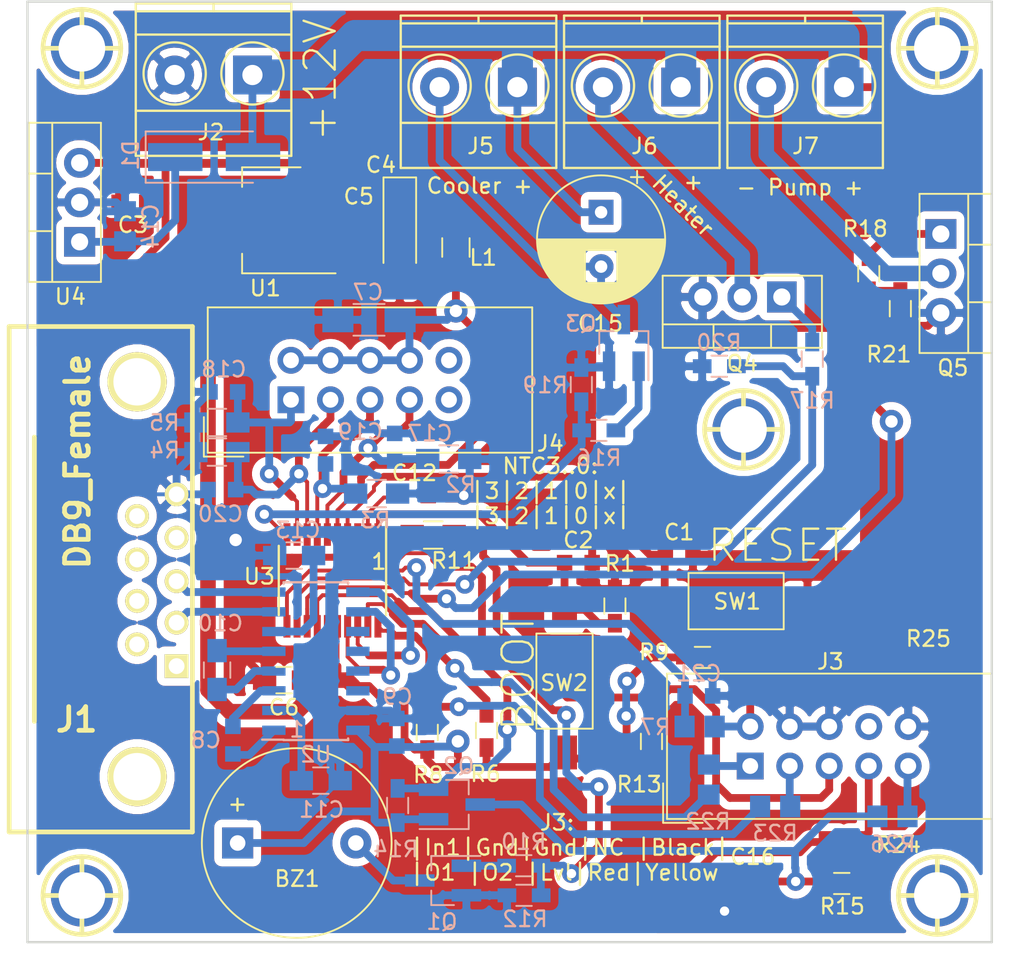
<source format=kicad_pcb>
(kicad_pcb (version 20240108) (generator "pcbnew") (generator_version "8.0")
  (layers (0 "F.Cu" signal) (31 "B.Cu" signal) (34 "B.Paste" user) (35 "F.Paste" user) (36 "B.SilkS" user "B.Silkscreen") (37 "F.SilkS" user "F.Silkscreen") (38 "B.Mask" user) (39 "F.Mask" user) (44 "Edge.Cuts" user))
  (net 0 "")
  (net 1 "/NRST")
  (net 2 "GND")
  (net 3 "/BOOT0")
  (net 4 "+12V")
  (net 5 "+3V3")
  (net 6 "Net-(C8-Pad1)")
  (net 7 "Net-(C8-Pad2)")
  (net 8 "Net-(C10-Pad1)")
  (net 9 "Net-(C10-Pad2)")
  (net 10 "Net-(C11-Pad2)")
  (net 11 "/DigIn0")
  (net 12 "Net-(C13-Pad2)")
  (net 13 "Net-(J1-Pad2)")
  (net 14 "Net-(J1-Pad3)")
  (net 15 "+3.3VADC")
  (net 16 "Net-(Q1-Pad1)")
  (net 17 "/TIM3_Ch4")
  (net 18 "Net-(Q3-Pad1)")
  (net 19 "Net-(Q4-Pad1)")
  (net 20 "Net-(Q5-Pad1)")
  (net 21 "/ADC0")
  (net 22 "/ADC1")
  (net 23 "/ADC2")
  (net 24 "/ADC3")
  (net 25 "/DigOut1")
  (net 26 "/DigIn1")
  (net 27 "/DigOut2")
  (net 28 "/DigOut0")
  (net 29 "/Tim14Ch1")
  (net 30 "/TIM16_Ch1")
  (net 31 "/TIM17_Ch1")
  (net 32 "/USART_Tx")
  (net 33 "/USART_Rx")
  (net 34 "/W.levl")
  (net 35 "/Yellow")
  (net 36 "Net-(J6-Pad2)")
  (net 37 "Net-(J7-Pad2)")
  (net 38 "+5V")
  (net 39 "Net-(C14-Pad1)")
  (net 40 "Net-(C15-Pad2)")
  (net 41 "Net-(C16-Pad2)")
  (net 42 "/IN")
  (net 43 "/Out1")
  (net 44 "/Out2")
  (net 45 "/Red")
  (net 46 "Net-(BZ1-Pad2)")
  (footprint "Capacitor_Tantalum_SMD.pretty:CP_Tantalum_Case-A_EIA-3216-18_Hand" (layer "F.Cu") (at 66.294 49.2379 -90)
    (property "Reference" "C4")
    (property "Value" "47u")
  )
  (footprint "Capacitor_SMD.pretty:C_0805_HandSoldering" (layer "F.Cu") (at 58.8518 77.6732 180)
    (property "Reference" "C6")
    (property "Value" "1u")
  )
  (footprint "modules:DB9-F" (layer "F.Cu") (at 50.673 71.3105 90)
    (property "Reference" "J1")
    (property "Value" "DB9_Female")
  )
  (footprint "Connectors_Terminal_Blocks:TerminalBlock_Pheonix_MKDS1.5-2pol" (layer "F.Cu") (at 56.8198 38.7477 180)
    (property "Reference" "J2")
    (property "Value" "12VIN")
  )
  (footprint "Resistors_SMD.pretty:R_0805_HandSoldering" (layer "F.Cu") (at 69.9008 49.8437 -90)
    (property "Reference" "L1")
    (property "Value" "BMBA 0.1mH")
  )
  (footprint "Resistors_SMD.pretty:R_0603_HandSoldering" (layer "F.Cu") (at 80.1243 72.9107 90)
    (property "Reference" "R1")
    (property "Value" "10k")
  )
  (footprint "Resistors_SMD.pretty:R_0603_HandSoldering" (layer "F.Cu") (at 71.8693 80.9117 90)
    (property "Reference" "R6")
    (property "Value" "10k")
  )
  (footprint "Resistors_SMD.pretty:R_0603_HandSoldering" (layer "F.Cu") (at 85.7553 76.2127)
    (property "Reference" "R9")
    (property "Value" "10k")
  )
  (footprint "Resistors_SMD.pretty:R_0603_HandSoldering" (layer "F.Cu") (at 82.4738 81.618 90)
    (property "Reference" "R13")
    (property "Value" "10k")
  )
  (footprint "Buttons_Switches_SMD:SW_SPST_FSMSM" (layer "F.Cu") (at 87.9168 72.5932)
    (property "Reference" "SW1")
    (property "Value" "Reset")
  )
  (footprint "Buttons_Switches_SMD:SW_SPST_FSMSM" (layer "F.Cu") (at 76.8858 77.7367 -90)
    (property "Reference" "SW2")
    (property "Value" "Boot")
  )
  (footprint "TO_SOT_Packages_SMD:SOT-223" (layer "F.Cu") (at 58.0644 48.0949 180)
    (property "Reference" "U1")
    (property "Value" "LM1117-3.3")
  )
  (footprint "Housings_SSOP:TSSOP-20_4.4x6.5mm_Pitch0.65mm" (layer "F.Cu") (at 61.9633 71.2597 -90)
    (property "Reference" "U3")
    (property "Value" "STM32F030F4Px")
  )
  (footprint "modules:hole_3mm" (layer "F.Cu") (at 45.8548 91.5272)
    (property "Reference" "hole_3mm" (hide yes))
    (property "Value" "Val**" (hide yes))
  )
  (footprint "modules:hole_3mm" (layer "F.Cu") (at 100.8548 37.0272)
    (property "Reference" "hole_3mm" (hide yes))
    (property "Value" "Val**" (hide yes))
  )
  (footprint "modules:hole_3mm" (layer "F.Cu") (at 45.8548 37.0272)
    (property "Reference" "hole_3mm" (hide yes))
    (property "Value" "Val**" (hide yes))
  )
  (footprint "Connectors_Terminal_Blocks:TerminalBlock_Pheonix_MKDS1.5-2pol" (layer "F.Cu") (at 73.8548 39.5272 180)
    (property "Reference" "J5")
    (property "Value" "Cooler")
  )
  (footprint "Connectors_Terminal_Blocks:TerminalBlock_Pheonix_MKDS1.5-2pol" (layer "F.Cu") (at 84.3548 39.5272 180)
    (property "Reference" "J6")
    (property "Value" "Heater")
  )
  (footprint "Connectors_Terminal_Blocks:TerminalBlock_Pheonix_MKDS1.5-2pol" (layer "F.Cu") (at 94.8548 39.5272 180)
    (property "Reference" "J7")
    (property "Value" "Pump")
  )
  (footprint "Capacitor_SMD:C_0805_2012Metric_Pad1.29x1.40mm_HandSolder" (layer "F.Cu") (at 88.9993 90.6907)
    (property "Reference" "C16")
    (property "Value" "1u")
  )
  (footprint "Resistor_SMD:R_0805_2012Metric_Pad1.29x1.40mm_HandSolder" (layer "F.Cu") (at 102.7303 74.8642 90)
    (property "Reference" "R25")
    (property "Value" "0")
  )
  (footprint "Capacitor_SMD:C_0603_1608Metric_Pad0.99x1.00mm_HandSolder" (layer "F.Cu") (at 84.2533 69.6087)
    (property "Reference" "C1")
    (property "Value" "0.1")
  )
  (footprint "Capacitor_SMD:C_0603_1608Metric_Pad0.99x1.00mm_HandSolder" (layer "F.Cu") (at 77.7748 70.1167)
    (property "Reference" "C2")
    (property "Value" "0.1")
  )
  (footprint "Capacitor_SMD:C_0603_1608Metric_Pad0.99x1.00mm_HandSolder" (layer "F.Cu") (at 49.1348 46.9392 180)
    (property "Reference" "C3")
    (property "Value" "0.1")
  )
  (footprint "Capacitor_SMD:C_0603_1608Metric_Pad0.99x1.00mm_HandSolder" (layer "F.Cu") (at 63.6524 49.2633 -90)
    (property "Reference" "C5")
    (property "Value" "0.1")
  )
  (footprint "TO_SOT_Packages_THT:TO-220-3_Vertical" (layer "F.Cu") (at 101.0793 48.9712 -90)
    (property "Reference" "Q5")
    (property "Value" "IRL3303")
  )
  (footprint "TO_SOT_Packages_THT:TO-220-3_Vertical" (layer "F.Cu") (at 45.7073 49.4792 90)
    (property "Reference" "U4")
    (property "Value" "L7805")
  )
  (footprint "Resistors_SMD.pretty:R_0603_HandSoldering" (layer "F.Cu") (at 98.4758 53.7767 90)
    (property "Reference" "R21")
    (property "Value" "10k")
  )
  (footprint "Resistors_SMD.pretty:R_0603_HandSoldering" (layer "F.Cu") (at 96.4438 51.5317 -90)
    (property "Reference" "R18")
    (property "Value" "510")
  )
  (footprint "TO_SOT_Packages_THT:TO-220-3_Vertical" (layer "F.Cu") (at 90.8548 53.0272 180)
    (property "Reference" "Q4")
    (property "Value" "IRL3303")
  )
  (footprint "Connector_IDC:IDC-Header_2x05_P2.54mm_Vertical" (layer "F.Cu") (at 59.2963 59.6392 90)
    (property "Reference" "J4")
    (property "Value" "DC3-10P")
  )
  (footprint "Resistor_SMD:R_0805_2012Metric_Pad1.29x1.40mm_HandSolder" (layer "F.Cu") (at 94.8413 88.0872 180)
    (property "Reference" "R24")
    (property "Value" "0")
  )
  (footprint "Buzzer_Beeper:Buzzer_12x9.5RM7.6" (layer "F.Cu") (at 55.8673 88.1507)
    (property "Reference" "BZ1")
    (property "Value" "Buzzer")
  )
  (footprint "Resistors_SMD.pretty:R_0603_HandSoldering" (layer "F.Cu") (at 94.7088 90.7542 180)
    (property "Reference" "R15")
    (property "Value" "10k")
  )
  (footprint "Capacitor_SMD:C_0603_1608Metric_Pad0.99x1.00mm_HandSolder" (layer "F.Cu") (at 67.2338 65.7987)
    (property "Reference" "C12")
    (property "Value" "0.1")
  )
  (footprint "Connector_IDC:IDC-Header_2x05_P2.54mm_Vertical" (layer "F.Cu") (at 88.8238 83.1977 90)
    (property "Reference" "J3")
    (property "Value" "DC3-10P")
  )
  (footprint "Resistors_SMD.pretty:R_0603_HandSoldering" (layer "F.Cu") (at 68.0593 81.0387 90)
    (property "Reference" "R8")
    (property "Value" "10k")
  )
  (footprint "modules:hole_3mm" (layer "F.Cu") (at 100.8548 91.5272)
    (property "Reference" "hole_3mm" (hide yes))
    (property "Value" "Val**" (hide yes))
  )
  (footprint "modules:hole_3mm" (layer "F.Cu") (at 88.392 61.5442)
    (property "Reference" "hole_3mm" (hide yes))
    (property "Value" "Val**" (hide yes))
  )
  (footprint "Capacitor_THT:CP_Radial_D8.0mm_P3.50mm" (layer "F.Cu") (at 79.2353 47.5742 -90)
    (property "Reference" "C15")
    (property "Value" "100u")
  )
  (footprint "Resistors_SMD.pretty:R_0805_HandSoldering" (layer "F.Cu") (at 68.4403 68.3387 180)
    (property "Reference" "R11")
    (property "Value" "220")
  )
  (footprint "Capacitor_SMD.pretty:C_0805_HandSoldering" (layer "B.Cu") (at 54.5465 77.0255 90)
    (property "Reference" "C10")
    (property "Value" "0.47")
  )
  (footprint "Capacitor_SMD.pretty:C_0805_HandSoldering" (layer "B.Cu") (at 61.214 84.1375 180)
    (property "Reference" "C11")
    (property "Value" "0.47")
  )
  (footprint "Capacitor_SMD.pretty:C_0805_HandSoldering" (layer "B.Cu") (at 59.4995 69.6595)
    (property "Reference" "C13")
    (property "Value" "0.47")
  )
  (footprint "Diode_SMD.pretty:D_SMA_Handsoldering" (layer "B.Cu") (at 54.3548 44.0272)
    (property "Reference" "D1")
    (property "Value" "SS14")
  )
  (footprint "TO_SOT_Packages_SMD:SOT-23_Handsoldering" (layer "B.Cu") (at 69.9643 85.6742)
    (property "Reference" "Q2")
    (property "Value" "SI2300")
  )
  (footprint "TO_SOT_Packages_SMD:SOT-23_Handsoldering" (layer "B.Cu") (at 80.6983 55.9802 90)
    (property "Reference" "Q3")
    (property "Value" "SI2300")
  )
  (footprint "Resistors_SMD.pretty:R_0805_HandSoldering" (layer "B.Cu") (at 69.4398 63.4492)
    (property "Reference" "R2")
    (property "Value" "1k0.1%")
  )
  (footprint "Resistors_SMD.pretty:R_0805_HandSoldering" (layer "B.Cu") (at 54.5338 63.0047 180)
    (property "Reference" "R4")
    (property "Value" "1k0.1%")
  )
  (footprint "Resistors_SMD.pretty:R_0805_HandSoldering" (layer "B.Cu") (at 54.5338 61.0997 180)
    (property "Reference" "R5")
    (property "Value" "1k0.1%")
  )
  (footprint "Resistors_SMD.pretty:R_0603_HandSoldering" (layer "B.Cu") (at 74.2618 89.6112)
    (property "Reference" "R10")
    (property "Value" "510")
  )
  (footprint "Resistors_SMD.pretty:R_0603_HandSoldering" (layer "B.Cu") (at 66.1543 85.7377 -90)
    (property "Reference" "R14")
    (property "Value" "10k")
  )
  (footprint "Resistors_SMD.pretty:R_0603_HandSoldering" (layer "B.Cu") (at 79.0878 61.6077 180)
    (property "Reference" "R16")
    (property "Value" "510")
  )
  (footprint "Resistors_SMD.pretty:R_0603_HandSoldering" (layer "B.Cu") (at 77.9653 58.6662 -90)
    (property "Reference" "R19")
    (property "Value" "10k")
  )
  (footprint "Housings_SOIC:SOIC-16_3.9x9.9mm_Pitch1.27mm" (layer "B.Cu") (at 60.8965 76.454)
    (property "Reference" "U2")
    (property "Value" "MAX3232")
  )
  (footprint "Capacitor_SMD.pretty:C_1206_HandSoldering" (layer "B.Cu") (at 64.3128 54.4957)
    (property "Reference" "C7")
    (property "Value" "10u")
  )
  (footprint "Capacitor_SMD:C_0603_1608Metric_Pad0.99x1.00mm_HandSolder" (layer "B.Cu") (at 54.8498 65.4177 180)
    (property "Reference" "C20")
    (property "Value" "0.1")
  )
  (footprint "Capacitor_SMD:C_0603_1608Metric_Pad0.99x1.00mm_HandSolder" (layer "B.Cu") (at 85.5203 78.6892 180)
    (property "Reference" "C21")
    (property "Value" "0.1")
  )
  (footprint "Resistor_SMD:R_0805_2012Metric_Pad1.29x1.40mm_HandSolder" (layer "B.Cu") (at 86.1568 84.0717 -90)
    (property "Reference" "R22")
    (property "Value" "220")
  )
  (footprint "Resistor_SMD:R_0805_2012Metric_Pad1.29x1.40mm_HandSolder" (layer "B.Cu") (at 90.4263 85.8012 180)
    (property "Reference" "R23")
    (property "Value" "220")
  )
  (footprint "Resistor_SMD:R_0805_2012Metric_Pad1.29x1.40mm_HandSolder" (layer "B.Cu") (at 97.9678 86.4362 180)
    (property "Reference" "R26")
    (property "Value" "220")
  )
  (footprint "Capacitor_SMD:C_0603_1608Metric_Pad0.99x1.00mm_HandSolder" (layer "B.Cu") (at 55.5625 81.534 -90)
    (property "Reference" "C8")
    (property "Value" "0.1")
  )
  (footprint "Capacitor_SMD:C_0603_1608Metric_Pad0.99x1.00mm_HandSolder" (layer "B.Cu") (at 66.1035 81.026 -90)
    (property "Reference" "C9")
    (property "Value" "0.1")
  )
  (footprint "Resistor_SMD:R_0805_2012Metric_Pad1.29x1.40mm_HandSolder" (layer "B.Cu") (at 85.5703 80.6577 180)
    (property "Reference" "R7")
    (property "Value" "220")
  )
  (footprint "Capacitor_SMD:C_0805_2012Metric_Pad1.29x1.40mm_HandSolder" (layer "B.Cu") (at 48.6283 48.4782 90)
    (property "Reference" "C14")
    (property "Value" "1u")
  )
  (footprint "Resistors_SMD.pretty:R_0603_HandSoldering" (layer "B.Cu") (at 92.8116 57.023 -90)
    (property "Reference" "R17")
    (property "Value" "510")
  )
  (footprint "Resistors_SMD.pretty:R_0603_HandSoldering" (layer "B.Cu") (at 86.8348 57.4802)
    (property "Reference" "R20")
    (property "Value" "10k")
  )
  (footprint "Capacitor_SMD:C_0603_1608Metric_Pad0.99x1.00mm_HandSolder" (layer "B.Cu") (at 65.9638 62.6887 -90)
    (property "Reference" "C17")
    (property "Value" "0.1")
  )
  (footprint "Capacitor_SMD:C_0603_1608Metric_Pad0.99x1.00mm_HandSolder" (layer "B.Cu") (at 61.5188 62.8792 -90)
    (property "Reference" "C19")
    (property "Value" "0.1")
  )
  (footprint "Capacitor_SMD:C_0603_1608Metric_Pad0.99x1.00mm_HandSolder" (layer "B.Cu") (at 54.9798 59.1312 180)
    (property "Reference" "C18")
    (property "Value" "0.1")
  )
  (footprint "TO_SOT_Packages_SMD:SOT-23_Handsoldering" (layer "B.Cu") (at 69.0753 90.5637 180)
    (property "Reference" "Q1")
    (property "Value" "SI2300")
  )
  (footprint "Resistors_SMD.pretty:R_0603_HandSoldering" (layer "B.Cu") (at 74.2823 91.5162)
    (property "Reference" "R12")
    (property "Value" "10k")
  )
  (footprint "Resistors_SMD.pretty:R_0805_HandSoldering" (layer "B.Cu") (at 64.8043 65.6717)
    (property "Reference" "R3")
    (property "Value" "1k0.1%")
  )
  (gr_line (start 42.3548 94.5272) (end 104.3548 94.5272) (stroke (width 0.15)) (layer "Edge.Cuts"))
  (gr_line (start 42.3548 34.0272) (end 42.3548 94.5272) (stroke (width 0.15)) (layer "Edge.Cuts"))
  (gr_line (start 42.3548 34.0272) (end 104.3548 34.0272) (stroke (width 0.15)) (layer "Edge.Cuts"))
  (gr_line (start 104.3548 34.0272) (end 104.3548 94.5272) (stroke (width 0.15)) (layer "Edge.Cuts"))
  (gr_text "1" (at 59.6773 80.8482 0) (layer "B.SilkS") (effects (font (size 1 1)) (justify mirror)))
  (gr_text "NTC3..0:\n|3|2|1|0|x|\n|3|2|1|0|x|" (at 75.9714 65.5066 0) (layer "F.SilkS") (effects (font (size 1 1))))
  (gr_text "Cooler +" (at 71.4248 45.8724 0) (layer "F.SilkS") (effects (font (size 1 1))))
  (gr_text "Heater\n" (at 84.5058 47.1424 -45) (layer "F.SilkS") (effects (font (size 1 1))))
  (gr_text "BOOT" (at 73.914 77.1398 90) (layer "F.SilkS") (effects (font (size 2 2))))
  (gr_text "           J3:\n|In1|Gnd|Gnd|NC |Black|\n|O1 |O2 |Lvl|Red|Yellow" (at 66.8274 88.4428 0) (layer "F.SilkS") (effects (font (size 1 1)) (justify left)))
  (gr_text "- Pump +" (at 92.0242 45.974 0) (layer "F.SilkS") (effects (font (size 1 1))))
  (gr_text "+12V" (at 61.1886 39.0652 90) (layer "F.SilkS") (effects (font (size 2 2))))
  (gr_text "RESET" (at 90.5764 69.0118 0) (layer "F.SilkS") (effects (font (size 2 2))))
  (gr_text "+" (at 85.1662 45.6184 0) (layer "F.SilkS") (effects (font (size 1 1))))
  (gr_text "1" (at 64.9478 70.0532 0) (layer "F.SilkS") (effects (font (size 1 1))))
  (segment (start 62.9383 67.1732) (end 64.6303 65.4812) (width 0.25) (layer "F.Cu") (net 1))
  (segment (start 64.6303 65.4812) (end 64.6303 65.2272) (width 0.25) (layer "F.Cu") (net 1))
  (segment (start 64.6303 65.2272) (end 65.2653 64.5922) (width 0.25) (layer "F.Cu") (net 1))
  (segment (start 62.9383 68.3097) (end 62.9383 67.1732) (width 0.25) (layer "F.Cu") (net 1))
  (segment (start 83.3268 69.6477) (end 83.3658 69.6087) (width 0.5) (layer "F.Cu") (net 1))
  (segment (start 65.2653 64.5922) (end 77.3518 64.5922) (width 0.5) (layer "F.Cu") (net 1))
  (segment (start 83.3268 72.5932) (end 83.3268 69.6477) (width 0.5) (layer "F.Cu") (net 1))
  (segment (start 79.1718 66.4122) (end 82.3683 69.6087) (width 0.5) (layer "F.Cu") (net 1))
  (segment (start 82.3683 69.6087) (end 83.3658 69.6087) (width 0.5) (layer "F.Cu") (net 1))
  (segment (start 77.3518 64.5922) (end 79.1718 66.4122) (width 0.5) (layer "F.Cu") (net 1))
  (segment (start 57.6018 77.5027) (end 55.7403 75.6412) (width 0.5) (layer "F.Cu") (net 2))
  (segment (start 55.7403 75.6412) (end 55.7403 68.6562) (width 0.5) (layer "F.Cu") (net 2))
  (segment (start 64.677 51.2379) (end 63.6524 50.2133) (width 0.5) (layer "F.Cu") (net 2))
  (segment (start 61.396 50.2133) (end 61.2144 50.3949) (width 0.5) (layer "F.Cu") (net 2))
  (segment (start 57.6018 77.0182) (end 58.4073 76.2127) (width 0.5) (layer "F.Cu") (net 2))
  (segment (start 58.4073 76.2127) (end 61.1378 76.2127) (width 0.5) (layer "F.Cu") (net 2))
  (segment (start 61.6383 75.7122) (end 61.1378 76.2127) (width 0.25) (layer "F.Cu") (net 2))
  (segment (start 80.1243 71.8107) (end 80.1243 70.4342) (width 0.5) (layer "F.Cu") (net 2))
  (segment (start 90.8223 69.6087) (end 92.5068 71.2932) (width 0.5) (layer "F.Cu") (net 2))
  (segment (start 63.6524 50.2133) (end 61.396 50.2133) (width 0.5) (layer "F.Cu") (net 2))
  (segment (start 85.1408 69.6087) (end 90.8223 69.6087) (width 0.5) (layer "F.Cu") (net 2))
  (segment (start 79.8068 70.1167) (end 78.6623 70.1167) (width 0.5) (layer "F.Cu") (net 2))
  (segment (start 92.5068 71.2932) (end 92.5068 72.5932) (width 0.5) (layer "F.Cu") (net 2))
  (segment (start 87.1728 91.5497) (end 88.0318 90.6907) (width 0.5) (layer "F.Cu") (net 2))
  (segment (start 61.6383 74.2097) (end 61.6383 75.7122) (width 0.25) (layer "F.Cu") (net 2))
  (segment (start 70.4088 65.7987) (end 68.2483 65.7987) (width 0.5) (layer "F.Cu") (net 2))
  (segment (start 98.4758 54.8767) (end 100.2538 54.8767) (width 0.5) (layer "F.Cu") (net 2))
  (segment (start 87.1728 92.5322) (end 87.1728 91.5497) (width 0.5) (layer "F.Cu") (net 2))
  (segment (start 66.294 51.2379) (end 64.677 51.2379) (width 0.5) (layer "F.Cu") (net 2))
  (segment (start 68.2483 65.7987) (end 68.1213 65.9257) (width 0.5) (layer "F.Cu") (net 2))
  (segment (start 80.1243 70.4342) (end 79.8068 70.1167) (width 0.5) (layer "F.Cu") (net 2))
  (segment (start 57.6018 77.6732) (end 57.6018 77.5027) (width 0.5) (layer "F.Cu") (net 2))
  (segment (start 100.2538 54.8767) (end 101.0793 54.0512) (width 0.5) (layer "F.Cu") (net 2))
  (segment (start 48.2473 46.9392) (end 45.7073 46.9392) (width 0.5) (layer "F.Cu") (net 2))
  (segment (start 57.6018 77.0182) (end 57.6018 77.6732) (width 0.5) (layer "F.Cu") (net 2))
  (via (at 70.4088 65.7987) (size 1.2) (drill 0.6) (layers "F.Cu" "B.Cu") (net 2))
  (via (at 87.1728 92.5322) (size 1.2) (drill 0.6) (layers "F.Cu" "B.Cu") (net 2))
  (via (at 55.7403 68.6562) (size 1.5) (drill 0.8) (layers "F.Cu" "B.Cu") (net 2))
  (segment (start 58.4708 68.6562) (end 58.7248 68.9102) (width 0.5) (layer "B.Cu") (net 2))
  (segment (start 65.6565 79.629) (end 66.1035 80.076) (width 0.5) (layer "B.Cu") (net 2))
  (segment (start 62.6745 79.629) (end 61.849 80.4545) (width 0.5) (layer "B.Cu") (net 2))
  (segment (start 61.849 80.4545) (end 61.849 83.5225) (width 0.5) (layer "B.Cu") (net 2))
  (segment (start 61.849 83.5225) (end 62.464 84.1375) (width 0.5) (layer "B.Cu") (net 2))
  (segment (start 53.1203 61.1632) (end 53.1838 61.0997) (width 0.5) (layer "B.Cu") (net 2))
  (segment (start 55.7403 68.6562) (end 55.6995 68.697) (width 0.5) (layer "B.Cu") (net 2))
  (segment (start 55.6995 68.697) (end 55.7403 68.6562) (width 0.5) (layer "B.Cu") (net 2))
  (segment (start 48.0695 65.7225) (end 47.4853 66.3067) (width 0.25) (layer "B.Cu") (net 2))
  (segment (start 47.4853 66.3067) (end 47.4853 77.4827) (width 0.25) (layer "B.Cu") (net 2))
  (segment (start 47.4853 77.4827) (end 56.5658 86.5632) (width 0.25) (layer "B.Cu") (net 2))
  (segment (start 56.5658 86.5632) (end 60.0383 86.5632) (width 0.25) (layer "B.Cu") (net 2))
  (segment (start 60.0383 86.5632) (end 62.464 84.1375) (width 0.25) (layer "B.Cu") (net 2))
  (segment (start 58.2495 69.3855) (end 58.7248 68.9102) (width 0.5) (layer "B.Cu") (net 2))
  (segment (start 89.3953 78.6892) (end 91.3638 80.6577) (width 0.5) (layer "B.Cu") (net 2))
  (segment (start 95.9358 78.6257) (end 93.9038 80.6577) (width 0.5) (layer "B.Cu") (net 2))
  (segment (start 53.1838 63.0047) (end 53.1203 61.1632) (width 0.5) (layer "B.Cu") (net 2))
  (segment (start 53.1838 60.0397) (end 54.0923 59.1312) (width 0.5) (layer "B.Cu") (net 2))
  (segment (start 48.0568 46.9392) (end 48.6283 47.5107) (width 0.5) (layer "B.Cu") (net 2))
  (segment (start 63.5965 79.629) (end 65.6565 79.629) (width 0.5) (layer "B.Cu") (net 2))
  (segment (start 73.1823 91.5162) (end 73.1823 92.4662) (width 0.5) (layer "B.Cu") (net 2))
  (segment (start 61.5188 61.9917) (end 62.5188 61.9917) (width 0.5) (layer "B.Cu") (net 2))
  (segment (start 51.943 65.7225) (end 51.943 64.2455) (width 0.5) (layer "B.Cu") (net 2))
  (segment (start 51.943 65.7225) (end 48.0695 65.7225) (width 0.25) (layer "B.Cu") (net 2))
  (segment (start 79.6623 57.5662) (end 79.7483 57.4802) (width 0.5) (layer "B.Cu") (net 2))
  (segment (start 45.7073 46.9392) (end 48.0568 46.9392) (width 0.5) (layer "B.Cu") (net 2))
  (segment (start 58.2495 69.6595) (end 58.2495 69.3855) (width 0.5) (layer "B.Cu") (net 2))
  (segment (start 70.5753 91.5137) (end 73.1798 91.5137) (width 0.5) (layer "B.Cu") (net 2))
  (segment (start 70.7898 65.4177) (end 70.4088 65.7987) (width 0.5) (layer "B.Cu") (net 2))
  (segment (start 53.6575 65.7225) (end 53.9623 65.4177) (width 0.5) (layer "B.Cu") (net 2))
  (segment (start 53.1838 61.0997) (end 53.1838 60.0397) (width 0.5) (layer "B.Cu") (net 2))
  (segment (start 77.9653 57.5662) (end 79.6623 57.5662) (width 0.5) (layer "B.Cu") (net 2))
  (segment (start 70.7898 63.4492) (end 70.7898 65.4177) (width 0.5) (layer "B.Cu") (net 2))
  (segment (start 73.1798 91.5137) (end 73.1823 91.5162) (width 0.5) (layer "B.Cu") (net 2))
  (segment (start 98.9838 79.436386) (end 98.173114 78.6257) (width 0.5) (layer "B.Cu") (net 2))
  (segment (start 86.4078 78.6892) (end 89.3953 78.6892) (width 0.5) (layer "B.Cu") (net 2))
  (segment (start 98.173114 78.6257) (end 95.9358 78.6257) (width 0.5) (layer "B.Cu") (net 2))
  (segment (start 51.943 65.7225) (end 53.6575 65.7225) (width 0.5) (layer "B.Cu") (net 2))
  (segment (start 85.7348 53.0672) (end 85.7748 53.0272) (width 0.5) (layer "B.Cu") (net 2))
  (segment (start 51.943 64.2455) (end 53.1838 63.0047) (width 0.5) (layer "B.Cu") (net 2))
  (segment (start 62.5188 61.9917) (end 62.9663 61.5442) (width 0.5) (layer "B.Cu") (net 2))
  (segment (start 86.7738 92.9312) (end 87.1728 92.5322) (width 0.5) (layer "B.Cu") (net 2))
  (segment (start 64.7068 61.5442) (end 64.9638 61.8012) (width 0.5) (layer "B.Cu") (net 2))
  (segment (start 64.9638 61.8012) (end 65.9638 61.8012) (width 0.5) (layer "B.Cu") (net 2))
  (segment (start 73.1823 92.4662) (end 73.6473 92.9312) (width 0.5) (layer "B.Cu") (net 2))
  (segment (start 93.9038 80.6577) (end 91.3638 80.6577) (width 0.5) (layer "B.Cu") (net 2))
  (segment (start 53.9623 65.4177) (end 53.9623 66.8782) (width 0.5) (layer "B.Cu") (net 2))
  (segment (start 63.5965 79.629) (end 62.6745 79.629) (width 0.5) (layer "B.Cu") (net 2))
  (segment (start 62.9663 61.5442) (end 64.7068 61.5442) (width 0.5) (layer "B.Cu") (net 2))
  (segment (start 53.9623 66.8782) (end 55.7403 68.6562) (width 0.5) (layer "B.Cu") (net 2))
  (segment (start 98.9838 80.6577) (end 98.9838 79.436386) (width 0.5) (layer "B.Cu") (net 2))
  (segment (start 85.7348 57.4802) (end 85.7348 53.0672) (width 0.5) (layer "B.Cu") (net 2))
  (segment (start 55.7403 68.6562) (end 58.4708 68.6562) (width 0.5) (layer "B.Cu") (net 2))
  (segment (start 73.6473 92.9312) (end 86.7738 92.9312) (width 0.5) (layer "B.Cu") (net 2))
  (segment (start 64.8883 67.2552) (end 65.1383 67.0052) (width 0.25) (layer "F.Cu") (net 3))
  (segment (start 76.8858 70.1182) (end 76.8873 70.1167) (width 0.5) (layer "F.Cu") (net 3))
  (segment (start 76.8858 73.1467) (end 76.8858 70.1182) (width 0.5) (layer "F.Cu") (net 3))
  (segment (start 71.501 67.0814) (end 74.5363 70.1167) (width 0.5) (layer "F.Cu") (net 3))
  (segment (start 65.1383 67.0052) (end 71.501 67.0052) (width 0.5) (layer "F.Cu") (net 3))
  (segment (start 78.1858 73.1467) (end 79.0498 74.0107) (width 0.5) (layer "F.Cu") (net 3))
  (segment (start 79.0498 74.0107) (end 80.1243 74.0107) (width 0.5) (layer "F.Cu") (net 3))
  (segment (start 74.5363 70.1167) (end 76.8873 70.1167) (width 0.5) (layer "F.Cu") (net 3))
  (segment (start 71.501 67.0052) (end 71.501 67.0814) (width 0.5) (layer "F.Cu") (net 3))
  (segment (start 64.8883 68.3097) (end 64.8883 67.2552) (width 0.25) (layer "F.Cu") (net 3))
  (segment (start 76.8858 73.1467) (end 78.1858 73.1467) (width 0.5) (layer "F.Cu") (net 3))
  (segment (start 102.7303 73.8967) (end 102.7303 72.1487) (width 0.5) (layer "F.Cu") (net 4))
  (segment (start 98.4933 39.5272) (end 94.8548 39.5272) (width 0.5) (layer "F.Cu") (net 4))
  (segment (start 102.7303 72.1487) (end 103.4288 71.4502) (width 0.5) (layer "F.Cu") (net 4))
  (segment (start 103.4288 71.4502) (end 103.4288 44.4627) (width 0.5) (layer "F.Cu") (net 4))
  (segment (start 103.4288 44.4627) (end 98.4933 39.5272) (width 0.5) (layer "F.Cu") (net 4))
  (segment (start 94.7853 36.2077) (end 84.2518 36.2077) (width 2) (layer "B.Cu") (net 4))
  (segment (start 84.2853 36.2077) (end 84.2518 36.2077) (width 2) (layer "B.Cu") (net 4))
  (segment (start 73.7743 36.2077) (end 63.4243 36.2077) (width 2) (layer "B.Cu") (net 4))
  (segment (start 84.3548 36.2772) (end 84.2853 36.2077) (width 2) (layer "B.Cu") (net 4))
  (segment (start 73.8548 39.5272) (end 73.8548 36.2772) (width 2) (layer "B.Cu") (net 4))
  (segment (start 73.8548 39.5272) (end 73.8548 43.4937) (width 0.5) (layer "B.Cu") (net 4))
  (segment (start 56.8198 43.9922) (end 56.8548 44.0272) (width 0.5) (layer "B.Cu") (net 4))
  (segment (start 94.8548 39.5272) (end 94.8548 36.2772) (width 2) (layer "B.Cu") (net 4))
  (segment (start 73.8548 36.2772) (end 73.7853 36.2077) (width 2) (layer "B.Cu") (net 4))
  (segment (start 84.2518 36.2077) (end 73.7743 36.2077) (width 2) (layer "B.Cu") (net 4))
  (segment (start 56.8198 38.7477) (end 56.8198 43.9922) (width 0.5) (layer "B.Cu") (net 4))
  (segment (start 94.8548 36.2772) (end 94.7853 36.2077) (width 2) (layer "B.Cu") (net 4))
  (segment (start 73.8548 43.4937) (end 77.9353 47.5742) (width 0.5) (layer "B.Cu") (net 4))
  (segment (start 73.7853 36.2077) (end 73.7743 36.2077) (width 2) (layer "B.Cu") (net 4))
  (segment (start 56.8198 38.7477) (end 60.8843 38.7477) (width 2) (layer "B.Cu") (net 4))
  (segment (start 84.3548 39.5272) (end 84.3548 36.2772) (width 2) (layer "B.Cu") (net 4))
  (segment (start 77.9353 47.5742) (end 79.2353 47.5742) (width 0.5) (layer "B.Cu") (net 4))
  (segment (start 60.8843 38.7477) (end 63.4243 36.2077) (width 2) (layer "B.Cu") (net 4))
  (segment (start 70.0278 83.2612) (end 71.6788 83.2612) (width 0.5) (layer "F.Cu") (net 5))
  (segment (start 67.2543 82.1387) (end 66.5988 81.4832) (width 0.5) (layer "F.Cu") (net 5))
  (segment (start 66.5988 81.4832) (end 66.5988 79.1972) (width 0.5) (layer "F.Cu") (net 5))
  (segment (start 66.5988 79.1972) (end 66.0908 78.6892) (width 0.5) (layer "F.Cu") (net 5))
  (segment (start 66.0908 78.6892) (end 64.9478 78.6892) (width 0.5) (layer "F.Cu") (net 5))
  (segment (start 64.9478 78.6892) (end 64.3128 78.0542) (width 0.5) (layer "F.Cu") (net 5))
  (segment (start 64.3128 78.0542) (end 63.2968 78.0542) (width 0.5) (layer "F.Cu") (net 5))
  (segment (start 63.434 48.0949) (end 63.6524 48.3133) (width 0.5) (layer "F.Cu") (net 5))
  (segment (start 64.7278 47.2379) (end 63.6524 48.3133) (width 0.5) (layer "F.Cu") (net 5))
  (segment (start 75.9513 83.2612) (end 76.8858 82.3267) (width 0.5) (layer "F.Cu") (net 5))
  (segment (start 71.8693 83.0707) (end 71.6788 83.2612) (width 0.5) (layer "F.Cu") (net 5))
  (segment (start 71.6788 83.2612) (end 75.9513 83.2612) (width 0.5) (layer "F.Cu") (net 5))
  (segment (start 68.0593 82.8167) (end 68.5038 83.2612) (width 0.5) (layer "F.Cu") (net 5))
  (segment (start 68.5038 83.2612) (end 70.0278 83.2612) (width 0.5) (layer "F.Cu") (net 5))
  (segment (start 53.9623 78.3082) (end 55.3593 79.7052) (width 1) (layer "F.Cu") (net 5))
  (segment (start 59.5718 79.7052) (end 60.0228 79.2542) (width 1) (layer "F.Cu") (net 5))
  (segment (start 80.8736 82.718) (end 80.8736 80.01) (width 0.5) (layer "F.Cu") (net 5))
  (segment (start 76.8858 82.3267) (end 76.8858 82.8802) (width 0.5) (layer "F.Cu") (net 5))
  (segment (start 62.2883 74.2097) (end 62.2883 76.7767) (width 0.25) (layer "F.Cu") (net 5))
  (segment (start 59.6948 79.7052) (end 59.5718 79.7052) (width 1) (layer "F.Cu") (net 5))
  (segment (start 61.2144 48.0949) (end 59.2144 48.0949) (width 1) (layer "F.Cu") (net 5))
  (segment (start 59.2144 48.0949) (end 58.5343 48.775) (width 1) (layer "F.Cu") (net 5))
  (segment (start 60.1018 77.6732) (end 60.1018 79.2982) (width 1) (layer "F.Cu") (net 5))
  (segment (start 55.3593 79.7052) (end 59.5718 79.7052) (width 1) (layer "F.Cu") (net 5))
  (segment (start 66.294 47.2379) (end 64.7278 47.2379) (width 0.5) (layer "F.Cu") (net 5))
  (segment (start 68.645 47.2379) (end 69.9008 48.4937) (width 0.5) (layer "F.Cu") (net 5))
  (segment (start 82.4738 82.718) (end 80.8736 82.718) (width 0.5) (layer "F.Cu") (net 5))
  (segment (start 77.2771 82.718) (end 76.8858 82.3267) (width 0.5) (layer "F.Cu") (net 5))
  (segment (start 80.8736 80.01) (end 80.8482 79.9846) (width 0.5) (layer "F.Cu") (net 5))
  (segment (start 60.1018 77.6732) (end 60.1018 79.1752) (width 1) (layer "F.Cu") (net 5))
  (segment (start 80.899 77.7408) (end 82.4271 76.2127) (width 0.5) (layer "F.Cu") (net 5))
  (segment (start 61.2144 48.0949) (end 63.434 48.0949) (width 0.5) (layer "F.Cu") (net 5))
  (segment (start 60.1018 79.2982) (end 59.6948 79.7052) (width 1) (layer "F.Cu") (net 5))
  (segment (start 53.9623 54.3052) (end 53.9623 78.3082) (width 1) (layer "F.Cu") (net 5))
  (segment (start 66.294 47.2379) (end 68.645 47.2379) (width 0.5) (layer "F.Cu") (net 5))
  (segment (start 60.1018 77.6732) (end 62.9158 77.6732) (width 1) (layer "F.Cu") (net 5))
  (segment (start 68.0593 82.1387) (end 68.0593 82.8167) (width 0.5) (layer "F.Cu") (net 5))
  (segment (start 71.8693 82.0117) (end 71.8693 83.0707) (width 0.5) (layer "F.Cu") (net 5))
  (segment (start 62.2883 77.6657) (end 62.2883 76.7767) (width 0.5) (layer "F.Cu") (net 5))
  (segment (start 80.8736 82.718) (end 77.2771 82.718) (width 0.5) (layer "F.Cu") (net 5))
  (segment (start 82.4271 76.2127) (end 84.6553 76.2127) (width 0.5) (layer "F.Cu") (net 5))
  (segment (start 62.9158 77.6732) (end 63.2968 78.0542) (width 1) (layer "F.Cu") (net 5))
  (segment (start 68.0593 82.1387) (end 67.2543 82.1387) (width 0.5) (layer "F.Cu") (net 5))
  (segment (start 58.5343 49.7332) (end 53.9623 54.3052) (width 1) (layer "F.Cu") (net 5))
  (segment (start 70.0278 83.2612) (end 70.0278 81.6102) (width 0.5) (layer "F.Cu") (net 5))
  (segment (start 60.1018 79.1752) (end 60.0228 79.2542) (width 0.5) (layer "F.Cu") (net 5))
  (segment (start 58.5343 48.775) (end 58.5343 49.7332) (width 1) (layer "F.Cu") (net 5))
  (via (at 80.899 77.7408) (size 1.2) (drill 0.6) (layers "F.Cu" "B.Cu") (net 5))
  (via (at 80.8482 79.9846) (size 1.2) (drill 0.6) (layers "F.Cu" "B.Cu") (net 5))
  (via (at 70.0278 81.6102) (size 1.5) (drill 0.8) (layers "F.Cu" "B.Cu") (net 5))
  (segment (start 70.0278 81.6102) (end 69.6898 81.9482) (width 0.5) (layer "B.Cu") (net 5))
  (segment (start 69.6898 81.9482) (end 68.1228 81.9482) (width 0.5) (layer "B.Cu") (net 5))
  (segment (start 64.8413 86.8377) (end 64.6735 86.6699) (width 0.5) (layer "B.Cu") (net 5))
  (segment (start 64.6735 81.976) (end 63.5965 80.899) (width 0.5) (layer "B.Cu") (net 5))
  (segment (start 68.095 81.976) (end 68.1228 81.9482) (width 0.5) (layer "B.Cu") (net 5))
  (segment (start 66.3678 86.6242) (end 66.1543 86.8377) (width 0.5) (layer "B.Cu") (net 5))
  (segment (start 60.1218 88.1507) (end 62.1538 86.1187) (width 0.5) (layer "B.Cu") (net 5))
  (segment (start 64.6735 86.6699) (end 64.6735 86.1187) (width 0.5) (layer "B.Cu") (net 5))
  (segment (start 66.1035 81.976) (end 68.095 81.976) (width 0.5) (layer "B.Cu") (net 5))
  (segment (start 80.8482 79.9846) (end 80.8482 77.7916) (width 0.5) (layer "B.Cu") (net 5))
  (segment (start 66.1543 86.8377) (end 64.8413 86.8377) (width 0.5) (layer "B.Cu") (net 5))
  (segment (start 68.4643 86.6242) (end 66.3678 86.6242) (width 0.5) (layer "B.Cu") (net 5))
  (segment (start 55.8673 88.1507) (end 60.1218 88.1507) (width 0.5) (layer "B.Cu") (net 5))
  (segment (start 80.8482 77.7916) (end 80.899 77.7408) (width 0.5) (layer "B.Cu") (net 5))
  (segment (start 66.1035 81.976) (end 64.6735 81.976) (width 0.5) (layer "B.Cu") (net 5))
  (segment (start 64.6735 86.1187) (end 64.6735 81.976) (width 0.5) (layer "B.Cu") (net 5))
  (segment (start 62.1538 86.1187) (end 64.6735 86.1187) (width 0.5) (layer "B.Cu") (net 5))
  (segment (start 57.3405 78.359) (end 55.5625 80.137) (width 0.5) (layer "B.Cu") (net 6))
  (segment (start 55.5625 80.137) (end 55.5625 80.584) (width 0.5) (layer "B.Cu") (net 6))
  (segment (start 58.1965 78.359) (end 57.3405 78.359) (width 0.5) (layer "B.Cu") (net 6))
  (segment (start 56.6115 82.484) (end 58.1965 80.899) (width 0.5) (layer "B.Cu") (net 7))
  (segment (start 55.5625 82.484) (end 56.6115 82.484) (width 0.5) (layer "B.Cu") (net 7))
  (segment (start 56.9595 77.089) (end 55.773 78.2755) (width 0.5) (layer "B.Cu") (net 8))
  (segment (start 55.773 78.2755) (end 54.5465 78.2755) (width 0.5) (layer "B.Cu") (net 8))
  (segment (start 58.1965 77.089) (end 56.9595 77.089) (width 0.5) (layer "B.Cu") (net 8))
  (segment (start 54.59 75.819) (end 54.5465 75.7755) (width 0.5) (layer "B.Cu") (net 9))
  (segment (start 58.1965 75.819) (end 54.59 75.819) (width 0.5) (layer "B.Cu") (net 9))
  (segment (start 59.309 79.629) (end 59.964 80.284) (width 0.5) (layer "B.Cu") (net 10))
  (segment (start 59.964 80.284) (end 59.964 84.1375) (width 0.5) (layer "B.Cu") (net 10))
  (segment (start 58.1965 79.629) (end 59.309 79.629) (width 0.5) (layer "B.Cu") (net 10))
  (segment (start 64.2383 69.4707) (end 64.3763 69.6087) (width 0.25) (layer "F.Cu") (net 11))
  (segment (start 64.3763 69.6087) (end 65.7733 69.6087) (width 0.25) (layer "F.Cu") (net 11))
  (segment (start 65.2653 65.9257) (end 64.2383 66.9527) (width 0.25) (layer "F.Cu") (net 11))
  (segment (start 64.2383 66.9527) (end 64.2383 68.3097) (width 0.25) (layer "F.Cu") (net 11))
  (segment (start 66.0908 68.2752) (end 65.7733 68.5927) (width 0.25) (layer "F.Cu") (net 11))
  (segment (start 65.7733 68.5927) (end 65.7733 69.6087) (width 0.25) (layer "F.Cu") (net 11))
  (segment (start 67.0903 68.2752) (end 67.0903 68.777692) (width 0.25) (layer "F.Cu") (net 11))
  (segment (start 64.2383 68.3097) (end 64.2383 69.4707) (width 0.25) (layer "F.Cu") (net 11))
  (segment (start 67.0903 68.2752) (end 66.0908 68.2752) (width 0.25) (layer "F.Cu") (net 11))
  (segment (start 66.2838 65.9257) (end 65.2653 65.9257) (width 0.25) (layer "F.Cu") (net 11))
  (segment (start 60.0075 74.549) (end 60.7495 73.807) (width 0.5) (layer "B.Cu") (net 12))
  (segment (start 60.7495 73.807) (end 60.7495 69.6595) (width 0.5) (layer "B.Cu") (net 12))
  (segment (start 58.1965 74.549) (end 60.0075 74.549) (width 0.5) (layer "B.Cu") (net 12))
  (segment (start 52.6415 73.279) (end 51.943 73.9775) (width 0.5) (layer "B.Cu") (net 13))
  (segment (start 58.1965 73.279) (end 52.6415 73.279) (width 0.5) (layer "B.Cu") (net 13))
  (segment (start 52.6415 72.009) (end 51.943 71.3105) (width 0.5) (layer "B.Cu") (net 14))
  (segment (start 58.1965 72.009) (end 52.6415 72.009) (width 0.5) (layer "B.Cu") (net 14))
  (segment (start 62.2883 66.7437) (end 63.8048 65.2272) (width 0.25) (layer "F.Cu") (net 15))
  (segment (start 64.6303 63.8302) (end 69.3928 63.8302) (width 0.5) (layer "F.Cu") (net 15))
  (segment (start 69.3928 63.8302) (end 71.5518 61.6712) (width 0.5) (layer "F.Cu") (net 15))
  (segment (start 63.8048 64.9097) (end 63.8048 64.6557) (width 0.5) (layer "F.Cu") (net 15))
  (segment (start 63.8048 65.2272) (end 63.8048 64.9097) (width 0.25) (layer "F.Cu") (net 15))
  (segment (start 63.8048 64.6557) (end 64.6303 63.8302) (width 0.5) (layer "F.Cu") (net 15))
  (segment (start 69.9008 51.1937) (end 69.9008 53.9242) (width 0.5) (layer "F.Cu") (net 15))
  (segment (start 71.5518 61.6712) (end 71.5518 55.5752) (width 0.5) (layer "F.Cu") (net 15))
  (segment (start 71.5518 55.5752) (end 69.9008 53.9242) (width 0.5) (layer "F.Cu") (net 15))
  (segment (start 62.2883 68.3097) (end 62.2883 66.7437) (width 0.25) (layer "F.Cu") (net 15))
  (via (at 69.9008 53.9242) (size 1.5) (drill 0.8) (layers "F.Cu" "B.Cu") (net 15))
  (segment (start 66.9163 57.0992) (end 66.9163 55.0992) (width 0.5) (layer "B.Cu") (net 15))
  (segment (start 69.3293 54.4957) (end 69.9008 53.9242) (width 0.5) (layer "B.Cu") (net 15))
  (segment (start 66.9163 55.0992) (end 66.3128 54.4957) (width 0.5) (layer "B.Cu") (net 15))
  (segment (start 66.3128 54.4957) (end 69.3293 54.4957) (width 0.5) (layer "B.Cu") (net 15))
  (segment (start 59.2963 57.0992) (end 61.8363 57.0992) (width 0.5) (layer "B.Cu") (net 15))
  (segment (start 61.8363 57.0992) (end 64.3763 57.0992) (width 0.5) (layer "B.Cu") (net 15))
  (segment (start 64.3763 57.0992) (end 66.9163 57.0992) (width 0.5) (layer "B.Cu") (net 15))
  (segment (start 70.5753 89.6137) (end 73.1593 89.6137) (width 0.5) (layer "B.Cu") (net 16))
  (segment (start 73.1593 89.6137) (end 73.1618 89.6112) (width 0.5) (layer "B.Cu") (net 16))
  (segment (start 60.9883 72.5522) (end 61.3283 72.2122) (width 0.25) (layer "F.Cu") (net 17))
  (segment (start 61.3283 72.2122) (end 65.7733 72.2122) (width 0.25) (layer "F.Cu") (net 17))
  (segment (start 65.7733 72.2122) (end 66.18605 72.62495) (width 0.25) (layer "F.Cu") (net 17))
  (segment (start 73.2028 79.999672) (end 73.20915 79.993322) (width 0.5) (layer "F.Cu") (net 17))
  (segment (start 73.20915 78.23835) (end 68.199 73.2282) (width 0.5) (layer "F.Cu") (net 17))
  (segment (start 73.20915 79.993322) (end 73.20915 78.23835) (width 0.5) (layer "F.Cu") (net 17))
  (segment (start 60.9883 74.2097) (end 60.9883 72.5522) (width 0.25) (layer "F.Cu") (net 17))
  (segment (start 68.199 73.2282) (end 66.7893 73.2282) (width 0.5) (layer "F.Cu") (net 17))
  (segment (start 66.7893 73.2282) (end 66.18605 72.62495) (width 0.5) (layer "F.Cu") (net 17))
  (segment (start 73.2028 80.8482) (end 73.2028 79.999672) (width 0.5) (layer "F.Cu") (net 17))
  (via (at 73.2028 80.8482) (size 1.2) (drill 0.6) (layers "F.Cu" "B.Cu") (net 17))
  (segment (start 68.3778 84.6377) (end 68.4643 84.7242) (width 0.5) (layer "B.Cu") (net 17))
  (segment (start 68.5648 84.7242) (end 68.4643 84.7242) (width 0.5) (layer "B.Cu") (net 17))
  (segment (start 73.2028 82.1182) (end 72.0598 83.2612) (width 0.5) (layer "B.Cu") (net 17))
  (segment (start 73.2028 80.8482) (end 73.2028 82.1182) (width 0.5) (layer "B.Cu") (net 17))
  (segment (start 72.0598 83.2612) (end 70.0913 83.2612) (width 0.5) (layer "B.Cu") (net 17))
  (segment (start 68.6283 84.7242) (end 68.4643 84.7242) (width 0.5) (layer "B.Cu") (net 17))
  (segment (start 66.1543 84.6377) (end 68.3778 84.6377) (width 0.5) (layer "B.Cu") (net 17))
  (segment (start 70.0913 83.2612) (end 68.6283 84.7242) (width 0.5) (layer "B.Cu") (net 17))
  (segment (start 81.6483 60.1472) (end 81.6483 57.4802) (width 0.5) (layer "B.Cu") (net 18))
  (segment (start 80.1878 61.6077) (end 81.6483 60.1472) (width 0.5) (layer "B.Cu") (net 18))
  (segment (start 92.8116 54.984) (end 90.8548 53.0272) (width 0.5) (layer "B.Cu") (net 19))
  (segment (start 92.8116 55.923) (end 92.8116 54.984) (width 0.5) (layer "B.Cu") (net 19))
  (segment (start 97.7543 48.9712) (end 96.4438 50.2817) (width 0.5) (layer "F.Cu") (net 20))
  (segment (start 101.0793 48.9712) (end 97.7543 48.9712) (width 0.5) (layer "F.Cu") (net 20))
  (segment (start 96.4438 50.2817) (end 96.4438 50.4317) (width 0.5) (layer "F.Cu") (net 20))
  (segment (start 61.6383 66.4412) (end 62.0268 66.0527) (width 0.25) (layer "F.Cu") (net 21))
  (segment (start 66.2178 61.7982) (end 66.9163 61.0997) (width 0.5) (layer "F.Cu") (net 21))
  (segment (start 64.5033 62.4967) (end 65.2018 61.7982) (width 0.5) (layer "F.Cu") (net 21))
  (segment (start 62.0268 66.0527) (end 62.67405 65.40545) (width 0.25) (layer "F.Cu") (net 21))
  (segment (start 62.67405 64.32595) (end 62.67405 65.40545) (width 0.5) (layer "F.Cu") (net 21))
  (segment (start 66.9163 61.0997) (end 66.9163 59.6392) (width 0.5) (layer "F.Cu") (net 21))
  (segment (start 64.2493 62.7507) (end 62.67405 64.32595) (width 0.5) (layer "F.Cu") (net 21))
  (segment (start 64.5033 62.4967) (end 64.2493 62.7507) (width 0.5) (layer "F.Cu") (net 21))
  (segment (start 61.6383 68.3097) (end 61.6383 66.4412) (width 0.25) (layer "F.Cu") (net 21))
  (segment (start 65.2018 61.7982) (end 66.2178 61.7982) (width 0.5) (layer "F.Cu") (net 21))
  (via (at 64.2493 62.7507) (size 1.2) (drill 0.6) (layers "F.Cu" "B.Cu") (net 21))
  (segment (start 68.0898 63.4492) (end 66.0908 63.4492) (width 0.5) (layer "B.Cu") (net 21))
  (segment (start 65.9638 63.5762) (end 65.0748 63.5762) (width 0.5) (layer "B.Cu") (net 21))
  (segment (start 65.0748 63.5762) (end 64.2493 62.7507) (width 0.5) (layer "B.Cu") (net 21))
  (segment (start 66.0908 63.4492) (end 65.9638 63.5762) (width 0.5) (layer "B.Cu") (net 21))
  (segment (start 63.2968 62.029172) (end 64.3763 60.949672) (width 0.5) (layer "F.Cu") (net 22))
  (segment (start 61.3283 65.3542) (end 60.9883 65.1862) (width 0.25) (layer "F.Cu") (net 22))
  (segment (start 61.3283 65.3542) (end 61.3283 63.1952) (width 0.5) (layer "F.Cu") (net 22))
  (segment (start 60.9883 65.1862) (end 60.9883 68.3097) (width 0.25) (layer "F.Cu") (net 22))
  (segment (start 62.494328 62.029172) (end 63.2968 62.029172) (width 0.5) (layer "F.Cu") (net 22))
  (segment (start 61.3283 63.1952) (end 62.494328 62.029172) (width 0.5) (layer "F.Cu") (net 22))
  (segment (start 64.3763 60.949672) (end 64.3763 59.6392) (width 0.5) (layer "F.Cu") (net 22))
  (via (at 61.3283 65.3542) (size 1.2) (drill 0.6) (layers "F.Cu" "B.Cu") (net 22))
  (segment (start 63.1368 65.3542) (end 63.4543 65.6717) (width 0.5) (layer "B.Cu") (net 22))
  (segment (start 61.5188 63.7667) (end 61.5188 65.1637) (width 0.5) (layer "B.Cu") (net 22))
  (segment (start 61.5188 65.1637) (end 61.3283 65.3542) (width 0.5) (layer "B.Cu") (net 22))
  (segment (start 61.3283 65.3542) (end 63.1368 65.3542) (width 0.5) (layer "B.Cu") (net 22))
  (segment (start 60.3383 64.9357) (end 59.8043 64.4017) (width 0.25) (layer "F.Cu") (net 23))
  (segment (start 61.406614 61.2902) (end 61.3918 61.2902) (width 0.5) (layer "F.Cu") (net 23))
  (segment (start 60.3383 68.3097) (end 60.3383 64.9357) (width 0.25) (layer "F.Cu") (net 23))
  (segment (start 61.8363 60.860514) (end 61.406614 61.2902) (width 0.5) (layer "F.Cu") (net 23))
  (segment (start 59.8043 62.892514) (end 61.406614 61.2902) (width 0.5) (layer "F.Cu") (net 23))
  (segment (start 59.8043 64.4017) (end 59.8043 62.892514) (width 0.5) (layer "F.Cu") (net 23))
  (segment (start 61.8363 59.6392) (end 61.8363 60.860514) (width 0.5) (layer "F.Cu") (net 23))
  (via (at 59.8043 64.4017) (size 1.2) (drill 0.6) (layers "F.Cu" "B.Cu") (net 23))
  (segment (start 55.8838 65.2712) (end 55.7373 65.4177) (width 0.5) (layer "B.Cu") (net 23))
  (segment (start 55.8838 63.0047) (end 55.8838 65.2712) (width 0.5) (layer "B.Cu") (net 23))
  (segment (start 57.0523 65.7352) (end 58.4708 65.7352) (width 0.5) (layer "B.Cu") (net 23))
  (segment (start 58.4708 65.7352) (end 59.8043 64.4017) (width 0.5) (layer "B.Cu") (net 23))
  (segment (start 56.7348 65.4177) (end 57.0523 65.7352) (width 0.5) (layer "B.Cu") (net 23))
  (segment (start 55.7373 65.4177) (end 56.7348 65.4177) (width 0.5) (layer "B.Cu") (net 23))
  (segment (start 59.6883 66.1907) (end 59.6883 68.3097) (width 0.25) (layer "F.Cu") (net 24))
  (segment (start 57.8993 64.4017) (end 59.3873 65.8897) (width 0.5) (layer "F.Cu") (net 24))
  (segment (start 59.6883 66.1907) (end 59.3873 65.8897) (width 0.25) (layer "F.Cu") (net 24))
  (via (at 57.8993 64.4017) (size 1.2) (drill 0.6) (layers "F.Cu" "B.Cu") (net 24))
  (segment (start 57.8993 61.1632) (end 57.8993 64.4017) (width 0.5) (layer "B.Cu") (net 24))
  (segment (start 57.8993 61.1632) (end 57.8358 61.0997) (width 0.5) (layer "B.Cu") (net 24))
  (segment (start 57.8358 61.0997) (end 55.8838 61.0997) (width 0.5) (layer "B.Cu") (net 24))
  (segment (start 55.8838 61.0997) (end 59.1994 61.0997) (width 0.5) (layer "B.Cu") (net 24))
  (segment (start 55.8838 59.1477) (end 55.8673 59.1312) (width 0.5) (layer "B.Cu") (net 24))
  (segment (start 59.2963 59.6392) (end 59.2963 61.0028) (width 0.5) (layer "B.Cu") (net 24))
  (segment (start 55.8838 61.0997) (end 55.8838 59.1477) (width 0.5) (layer "B.Cu") (net 24))
  (segment (start 59.1994 61.0997) (end 59.2963 61.0028) (width 0.5) (layer "B.Cu") (net 24))
  (segment (start 64.2383 72.7947) (end 64.2493 72.7837) (width 0.25) (layer "F.Cu") (net 25))
  (segment (start 64.2493 72.7837) (end 65.2018 72.7837) (width 0.25) (layer "F.Cu") (net 25))
  (segment (start 65.2018 72.7837) (end 65.8368 73.4187) (width 0.25) (layer "F.Cu") (net 25))
  (segment (start 66.4718 74.0537) (end 65.8368 73.4187) (width 0.5) (layer "F.Cu") (net 25))
  (segment (start 67.779262 74.0537) (end 66.4718 74.0537) (width 0.5) (layer "F.Cu") (net 25))
  (segment (start 64.2383 74.2097) (end 64.2383 72.7947) (width 0.25) (layer "F.Cu") (net 25))
  (segment (start 71.8693 79.8117) (end 71.8693 78.9432) (width 0.5) (layer "F.Cu") (net 25))
  (segment (start 71.8693 78.9432) (end 69.8373 76.9112) (width 0.5) (layer "F.Cu") (net 25))
  (segment (start 68.9864 75.260838) (end 67.779262 74.0537) (width 0.5) (layer "F.Cu") (net 25))
  (segment (start 68.9864 76.0603) (end 69.8373 76.9112) (width 0.5) (layer "F.Cu") (net 25))
  (segment (start 68.9864 75.260838) (end 68.9864 76.0603) (width 0.5) (layer "F.Cu") (net 25))
  (via (at 69.8373 76.9112) (size 1.2) (drill 0.6) (layers "F.Cu" "B.Cu") (net 25))
  (segment (start 77.9653 86.4997) (end 76.1873 84.7217) (width 0.5) (layer "B.Cu") (net 25))
  (segment (start 76.1873 84.7217) (end 76.1873 80.5942) (width 0.5) (layer "B.Cu") (net 25))
  (segment (start 76.1873 80.5942) (end 73.3933 77.8002) (width 0.5) (layer "B.Cu") (net 25))
  (segment (start 84.1248 86.4997) (end 77.9653 86.4997) (width 0.5) (layer "B.Cu") (net 25))
  (segment (start 84.6438 86.4997) (end 84.1248 86.4997) (width 0.5) (layer "B.Cu") (net 25))
  (segment (start 73.3933 77.8002) (end 72.1868 77.8002) (width 0.5) (layer "B.Cu") (net 25))
  (segment (start 86.1043 85.0392) (end 84.6438 86.4997) (width 0.5) (layer "B.Cu") (net 25))
  (segment (start 70.7263 77.8002) (end 69.8373 76.9112) (width 0.5) (layer "B.Cu") (net 25))
  (segment (start 86.1568 85.0392) (end 86.1043 85.0392) (width 0.5) (layer "B.Cu") (net 25))
  (segment (start 72.1868 77.8002) (end 70.7263 77.8002) (width 0.5) (layer "B.Cu") (net 25))
  (segment (start 66.6623 70.4342) (end 66.4718 70.6247) (width 0.25) (layer "F.Cu") (net 26))
  (segment (start 66.4718 70.6247) (end 60.5028 70.6247) (width 0.25) (layer "F.Cu") (net 26))
  (segment (start 60.5028 70.6247) (end 59.8043 71.3232) (width 0.25) (layer "F.Cu") (net 26))
  (segment (start 59.0383 72.0892) (end 59.8043 71.3232) (width 0.25) (layer "F.Cu") (net 26))
  (segment (start 67.3608 70.4342) (end 66.6623 70.4342) (width 0.25) (layer "F.Cu") (net 26))
  (segment (start 59.0383 74.2097) (end 59.0383 72.0892) (width 0.25) (layer "F.Cu") (net 26))
  (via (at 67.3608 70.4342) (size 1.2) (drill 0.6) (layers "F.Cu" "B.Cu") (net 26))
  (segment (start 73.7362 74.0537) (end 79.9846 74.0537) (width 0.5) (layer "B.Cu") (net 26))
  (segment (start 84.6328 78.6892) (end 84.6328 80.6277) (width 0.5) (layer "B.Cu") (net 26))
  (segment (start 79.9846 74.0537) (end 80.9117 74.0537) (width 0.5) (layer "B.Cu") (net 26))
  (segment (start 80.9973 74.0537) (end 79.9846 74.0537) (width 0.5) (layer "B.Cu") (net 26))
  (segment (start 84.6328 77.6892) (end 80.9973 74.0537) (width 0.5) (layer "B.Cu") (net 26))
  (segment (start 67.3608 70.4342) (end 67.3608 72.4027) (width 0.5) (layer "B.Cu") (net 26))
  (segment (start 69.0118 74.0537) (end 67.3608 72.4027) (width 0.5) (layer "B.Cu") (net 26))
  (segment (start 84.6328 80.6277) (end 84.6028 80.6577) (width 0.5) (layer "B.Cu") (net 26))
  (segment (start 69.0118 74.0537) (end 73.7362 74.0537) (width 0.5) (layer "B.Cu") (net 26))
  (segment (start 84.6328 78.6892) (end 84.6328 77.6892) (width 0.5) (layer "B.Cu") (net 26))
  (segment (start 65.1768 74.4982) (end 64.8883 74.2097) (width 0.25) (layer "F.Cu") (net 27))
  (segment (start 65.6463 74.4982) (end 65.1768 74.4982) (width 0.25) (layer "F.Cu") (net 27))
  (segment (start 68.6103 79.3877) (end 68.0593 79.9387) (width 0.5) (layer "F.Cu") (net 27))
  (segment (start 67.263802 74.8157) (end 68.1863 75.738198) (width 0.5) (layer "F.Cu") (net 27))
  (segment (start 70.0913 79.3877) (end 68.6103 79.3877) (width 0.5) (layer "F.Cu") (net 27))
  (segment (start 68.1863 75.738198) (end 68.1863 79.6212) (width 0.5) (layer "F.Cu") (net 27))
  (segment (start 65.9638 74.8157) (end 67.263802 74.8157) (width 0.5) (layer "F.Cu") (net 27))
  (segment (start 68.1863 79.6212) (end 68.0593 79.7482) (width 0.5) (layer "F.Cu") (net 27))
  (segment (start 65.6463 74.4982) (end 65.9638 74.8157) (width 0.5) (layer "F.Cu") (net 27))
  (via (at 70.0913 79.3877) (size 1.2) (drill 0.6) (layers "F.Cu" "B.Cu") (net 27))
  (segment (start 70.0913 79.3877) (end 70.1548 79.3242) (width 0.5) (layer "B.Cu") (net 27))
  (segment (start 73.6473 79.3242) (end 75.2983 80.9752) (width 0.5) (layer "B.Cu") (net 27))
  (segment (start 75.2983 80.9752) (end 75.2983 85.2932) (width 0.5) (layer "B.Cu") (net 27))
  (segment (start 87.7333 87.5792) (end 89.4588 85.8537) (width 0.5) (layer "B.Cu") (net 27))
  (segment (start 77.5843 87.5792) (end 87.7333 87.5792) (width 0.5) (layer "B.Cu") (net 27))
  (segment (start 75.2983 85.2932) (end 77.5843 87.5792) (width 0.5) (layer "B.Cu") (net 27))
  (segment (start 70.1548 79.3242) (end 73.6473 79.3242) (width 0.5) (layer "B.Cu") (net 27))
  (segment (start 89.4588 85.8537) (end 89.4588 85.8012) (width 0.5) (layer "B.Cu") (net 27))
  (segment (start 63.5883 69.6462) (end 64.0588 70.1167) (width 0.25) (layer "F.Cu") (net 28))
  (segment (start 64.0588 70.1167) (end 65.8368 70.1167) (width 0.25) (layer "F.Cu") (net 28))
  (segment (start 68.5038 69.9262) (end 68.961 70.3834) (width 0.5) (layer "F.Cu") (net 28))
  (segment (start 71.5772 71.064598) (end 71.5772 72.898) (width 0.5) (layer "F.Cu") (net 28))
  (segment (start 66.0273 70.1167) (end 66.5988 69.5452) (width 0.25) (layer "F.Cu") (net 28))
  (segment (start 71.5772 75.0316) (end 76.1619 79.6163) (width 0.5) (layer "F.Cu") (net 28))
  (segment (start 68.150299 69.509199) (end 68.5038 69.8627) (width 0.25) (layer "F.Cu") (net 28))
  (segment (start 68.5038 69.8627) (end 68.5038 69.9262) (width 0.5) (layer "F.Cu") (net 28))
  (segment (start 71.5772 72.898) (end 71.5772 75.0316) (width 0.5) (layer "F.Cu") (net 28))
  (segment (start 76.686791 79.6163) (end 77.000695 79.930204) (width 0.5) (layer "F.Cu") (net 28))
  (segment (start 79.0956 88.3539) (end 79.0956 84.5312) (width 0.5) (layer "F.Cu") (net 28))
  (segment (start 76.1619 79.6163) (end 76.686791 79.6163) (width 0.5) (layer "F.Cu") (net 28))
  (segment (start 65.8368 70.1167) (end 66.0273 70.1167) (width 0.25) (layer "F.Cu") (net 28))
  (segment (start 77.3303 90.1192) (end 79.0956 88.3539) (width 0.5) (layer "F.Cu") (net 28))
  (segment (start 70.896002 70.3834) (end 71.5772 71.064598) (width 0.5) (layer "F.Cu") (net 28))
  (segment (start 66.634801 69.509199) (end 68.150299 69.509199) (width 0.25) (layer "F.Cu") (net 28))
  (segment (start 63.5883 68.3097) (end 63.5883 69.6462) (width 0.25) (layer "F.Cu") (net 28))
  (segment (start 68.961 70.3834) (end 70.896002 70.3834) (width 0.5) (layer "F.Cu") (net 28))
  (segment (start 66.5988 69.5452) (end 66.634801 69.509199) (width 0.25) (layer "F.Cu") (net 28))
  (via (at 77.3303 90.1192) (size 1.2) (drill 0.6) (layers "F.Cu" "B.Cu") (net 28))
  (via (at 79.0956 84.5312) (size 1.2) (drill 0.6) (layers "F.Cu" "B.Cu") (net 28))
  (via (at 77.000695 79.930204) (size 1.2) (drill 0.6) (layers "F.Cu" "B.Cu") (net 28))
  (segment (start 75.3618 89.6112) (end 76.8223 89.6112) (width 0.5) (layer "B.Cu") (net 28))
  (segment (start 77.000695 83.630095) (end 77.000695 79.930204) (width 0.5) (layer "B.Cu") (net 28))
  (segment (start 77.9018 84.5312) (end 77.000695 83.630095) (width 0.5) (layer "B.Cu") (net 28))
  (segment (start 76.8223 89.6112) (end 77.3303 90.1192) (width 0.5) (layer "B.Cu") (net 28))
  (segment (start 79.0956 84.5312) (end 77.9018 84.5312) (width 0.5) (layer "B.Cu") (net 28))
  (segment (start 75.3618 89.6112) (end 75.3618 91.4957) (width 0.5) (layer "B.Cu") (net 28))
  (segment (start 75.3618 91.4957) (end 75.3823 91.5162) (width 0.5) (layer "B.Cu") (net 28))
  (segment (start 58.8863 68.3097) (end 57.5818 67.0052) (width 0.25) (layer "F.Cu") (net 29))
  (segment (start 59.0383 68.3097) (end 58.8863 68.3097) (width 0.25) (layer "F.Cu") (net 29))
  (via (at 57.5818 67.0052) (size 1.2) (drill 0.6) (layers "F.Cu" "B.Cu") (net 29))
  (segment (start 77.9878 62.5577) (end 77.9878 61.6077) (width 0.5) (layer "B.Cu") (net 29))
  (segment (start 73.5403 67.0052) (end 77.9878 62.5577) (width 0.5) (layer "B.Cu") (net 29))
  (segment (start 57.5818 67.0052) (end 73.5403 67.0052) (width 0.5) (layer "B.Cu") (net 29))
  (segment (start 77.9878 61.6077) (end 77.9878 59.7887) (width 0.5) (layer "B.Cu") (net 29))
  (segment (start 77.9878 59.7887) (end 77.9653 59.7662) (width 0.5) (layer "B.Cu") (net 29))
  (segment (start 60.8203 71.1327) (end 60.1853 71.7677) (width 0.25) (layer "F.Cu") (net 30))
  (segment (start 59.6883 72.2647) (end 60.1853 71.7677) (width 0.25) (layer "F.Cu") (net 30))
  (segment (start 70.399222 71.586778) (end 70.4723 71.5137) (width 0.5) (layer "F.Cu") (net 30))
  (segment (start 66.1443 71.1327) (end 60.8203 71.1327) (width 0.25) (layer "F.Cu") (net 30))
  (segment (start 59.6883 74.2097) (end 59.6883 72.2647) (width 0.25) (layer "F.Cu") (net 30))
  (segment (start 66.539066 71.1327) (end 66.920066 71.5137) (width 0.25) (layer "F.Cu") (net 30))
  (segment (start 66.920066 71.5137) (end 70.4723 71.5137) (width 0.25) (layer "F.Cu") (net 30))
  (segment (start 66.1443 71.1327) (end 66.539066 71.1327) (width 0.25) (layer "F.Cu") (net 30))
  (via (at 70.4723 71.5137) (size 1.2) (drill 0.6) (layers "F.Cu" "B.Cu") (net 30))
  (segment (start 71.072299 70.862901) (end 71.882 70.0532) (width 0.5) (layer "B.Cu") (net 30))
  (segment (start 71.072299 70.913701) (end 71.072299 70.862901) (width 0.5) (layer "B.Cu") (net 30))
  (segment (start 87.9348 57.4802) (end 90.932 57.4802) (width 0.5) (layer "B.Cu") (net 30))
  (segment (start 90.932 57.4802) (end 91.5748 58.123) (width 0.5) (layer "B.Cu") (net 30))
  (segment (start 86.5886 70.0532) (end 92.8116 63.8302) (width 0.5) (layer "B.Cu") (net 30))
  (segment (start 71.882 70.0532) (end 86.5886 70.0532) (width 0.5) (layer "B.Cu") (net 30))
  (segment (start 92.8116 63.8302) (end 92.8116 58.123) (width 0.5) (layer "B.Cu") (net 30))
  (segment (start 70.4723 71.5137) (end 71.072299 70.913701) (width 0.5) (layer "B.Cu") (net 30))
  (segment (start 91.5748 58.123) (end 92.8116 58.123) (width 0.5) (layer "B.Cu") (net 30))
  (segment (start 60.3383 72.3767) (end 61.0108 71.7042) (width 0.25) (layer "F.Cu") (net 31))
  (segment (start 61.0108 71.7042) (end 66.1543 71.7042) (width 0.25) (layer "F.Cu") (net 31))
  (segment (start 66.1543 71.7042) (end 66.524296 72.074196) (width 0.25) (layer "F.Cu") (net 31))
  (segment (start 66.524296 72.074196) (end 66.8528 72.074196) (width 0.25) (layer "F.Cu") (net 31))
  (segment (start 60.3383 73.1012) (end 60.3383 72.3767) (width 0.25) (layer "F.Cu") (net 31))
  (segment (start 96.4438 52.6317) (end 96.4438 59.5757) (width 0.5) (layer "F.Cu") (net 31))
  (segment (start 69.29755 72.4387) (end 67.382286 72.4387) (width 0.5) (layer "F.Cu") (net 31))
  (segment (start 67.382286 72.4387) (end 67.032296 72.08871) (width 0.5) (layer "F.Cu") (net 31))
  (segment (start 98.4308 52.6317) (end 98.4758 52.6767) (width 0.5) (layer "F.Cu") (net 31))
  (segment (start 60.3383 74.2097) (end 60.3383 73.1012) (width 0.25) (layer "F.Cu") (net 31))
  (segment (start 66.8528 72.074196) (end 67.032296 72.08871) (width 0.25) (layer "F.Cu") (net 31))
  (segment (start 69.29755 72.43445) (end 69.29755 72.4387) (width 0.5) (layer "F.Cu") (net 31))
  (segment (start 96.4438 59.5757) (end 97.9043 61.0362) (width 0.5) (layer "F.Cu") (net 31))
  (segment (start 96.4438 52.6317) (end 98.4308 52.6317) (width 0.5) (layer "F.Cu") (net 31))
  (via (at 97.9043 61.0362) (size 1.5) (drill 0.8) (layers "F.Cu" "B.Cu") (net 31))
  (via (at 69.29755 72.4387) (size 1.2) (drill 0.6) (layers "F.Cu" "B.Cu") (net 31))
  (segment (start 97.9043 61.0362) (end 97.9043 65.7352) (width 0.5) (layer "B.Cu") (net 31))
  (segment (start 92.7608 70.8787) (end 97.9043 65.7352) (width 0.5) (layer "B.Cu") (net 31))
  (segment (start 69.29755 72.4387) (end 69.897549 73.038699) (width 0.5) (layer "B.Cu") (net 31))
  (segment (start 73.1393 70.8787) (end 92.7608 70.8787) (width 0.5) (layer "B.Cu") (net 31))
  (segment (start 69.897549 73.038699) (end 70.979301 73.038699) (width 0.5) (layer "B.Cu") (net 31))
  (segment (start 70.979301 73.038699) (end 73.1393 70.8787) (width 0.5) (layer "B.Cu") (net 31))
  (segment (start 62.9383 76.1717) (end 63.77305 77.00645) (width 0.25) (layer "F.Cu") (net 32))
  (segment (start 65.5828 77.3557) (end 65.23355 77.00645) (width 0.5) (layer "F.Cu") (net 32))
  (segment (start 65.23355 77.00645) (end 63.77305 77.00645) (width 0.5) (layer "F.Cu") (net 32))
  (segment (start 65.7098 77.3557) (end 65.5828 77.3557) (width 0.5) (layer "F.Cu") (net 32))
  (segment (start 62.9383 74.2097) (end 62.9383 76.1717) (width 0.25) (layer "F.Cu") (net 32))
  (via (at 65.7098 77.3557) (size 1.2) (drill 0.6) (layers "F.Cu" "B.Cu") (net 32))
  (segment (start 64.7446 73.279) (end 65.7098 74.2442) (width 0.5) (layer "B.Cu") (net 32))
  (segment (start 65.7098 74.2442) (end 65.7098 77.3557) (width 0.5) (layer "B.Cu") (net 32))
  (segment (start 64.7446 73.279) (end 63.5965 73.279) (width 0.5) (layer "B.Cu") (net 32))
  (segment (start 63.5883 75.3612) (end 64.3128 76.0857) (width 0.25) (layer "F.Cu") (net 33))
  (segment (start 66.9798 76.0857) (end 64.3128 76.0857) (width 0.5) (layer "F.Cu") (net 33))
  (segment (start 63.5883 74.2097) (end 63.5883 75.3612) (width 0.25) (layer "F.Cu") (net 33))
  (via (at 66.9798 76.0857) (size 1.2) (drill 0.6) (layers "F.Cu" "B.Cu") (net 33))
  (segment (start 64.9351 72.009) (end 66.9798 74.0537) (width 0.5) (layer "B.Cu") (net 33))
  (segment (start 66.9798 74.0537) (end 66.9798 76.0857) (width 0.5) (layer "B.Cu") (net 33))
  (segment (start 64.9351 72.009) (end 63.5965 72.009) (width 0.5) (layer "B.Cu") (net 33))
  (segment (start 86.631 79.646) (end 86.631 84.3624) (width 0.5) (layer "F.Cu") (net 34))
  (segment (start 72.517 70.5612) (end 72.517 74.2484) (width 0.5) (layer "F.Cu") (net 34))
  (segment (start 82.4738 79.2052) (end 82.4738 80.518) (width 0.5) (layer "F.Cu") (net 34))
  (segment (start 71.0403 68.2752) (end 71.6534 68.8883) (width 0.5) (layer "F.Cu") (net 34))
  (segment (start 87.5228 85.2542) (end 93.3713 85.2542) (width 0.5) (layer "F.Cu") (net 34))
  (segment (start 93.9038 84.7217) (end 93.9038 83.1977) (width 0.5) (layer "F.Cu") (net 34))
  (segment (start 82.0594 78.7908) (end 82.4738 79.2052) (width 0.5) (layer "F.Cu") (net 34))
  (segment (start 82.4738 80.518) (end 82.4738 79.418) (width 0.5) (layer "F.Cu") (net 34))
  (segment (start 71.6534 69.6976) (end 72.517 70.5612) (width 0.5) (layer "F.Cu") (net 34))
  (segment (start 72.517 74.2484) (end 77.0594 78.7908) (width 0.5) (layer "F.Cu") (net 34))
  (segment (start 71.6534 68.8883) (end 71.6534 69.6976) (width 0.5) (layer "F.Cu") (net 34))
  (segment (start 69.7903 68.2752) (end 71.0403 68.2752) (width 0.5) (layer "F.Cu") (net 34))
  (segment (start 77.0594 78.7908) (end 82.0594 78.7908) (width 0.5) (layer "F.Cu") (net 34))
  (segment (start 93.3713 85.2542) (end 93.9038 84.7217) (width 0.5) (layer "F.Cu") (net 34))
  (segment (start 86.631 84.3624) (end 87.5228 85.2542) (width 0.5) (layer "F.Cu") (net 34))
  (segment (start 85.2392 78.2542) (end 86.631 79.646) (width 0.5) (layer "F.Cu") (net 34))
  (segment (start 82.4738 79.418) (end 83.6376 78.2542) (width 0.5) (layer "F.Cu") (net 34))
  (segment (start 83.6376 78.2542) (end 85.2392 78.2542) (width 0.5) (layer "F.Cu") (net 34))
  (segment (start 98.9353 86.4362) (end 98.9353 83.2462) (width 0.5) (layer "B.Cu") (net 35))
  (segment (start 98.9353 83.2462) (end 98.9838 83.1977) (width 0.5) (layer "B.Cu") (net 35))
  (segment (start 79.3548 41.4072) (end 88.3148 50.3672) (width 1) (layer "B.Cu") (net 36))
  (segment (start 88.3148 50.3672) (end 88.3148 53.0272) (width 1) (layer "B.Cu") (net 36))
  (segment (start 79.3548 39.5272) (end 79.3548 41.4072) (width 1) (layer "B.Cu") (net 36))
  (segment (start 89.8548 43.8427) (end 97.5233 51.5112) (width 1) (layer "B.Cu") (net 37))
  (segment (start 89.8548 39.5272) (end 89.8548 43.8427) (width 1) (layer "B.Cu") (net 37))
  (segment (start 97.5233 51.5112) (end 101.0793 51.5112) (width 1) (layer "B.Cu") (net 37))
  (segment (start 51.2318 47.0027) (end 51.2318 44.4657) (width 0.5) (layer "F.Cu") (net 38))
  (segment (start 61.0687 44.3992) (end 61.2144 44.5449) (width 0.5) (layer "F.Cu") (net 38))
  (segment (start 86.6394 88.7476) (end 92.0242 88.7476) (width 0.5) (layer "F.Cu") (net 38))
  (segment (start 51.1683 46.9392) (end 51.2318 47.0027) (width 0.5) (layer "F.Cu") (net 38))
  (segment (start 45.7073 44.3992) (end 61.0687 44.3992) (width 0.5) (layer "F.Cu") (net 38))
  (segment (start 43.2308 83.9597) (end 52.6923 93.4212) (width 0.5) (layer "F.Cu") (net 38))
  (segment (start 48.5618 44.3992) (end 48.6283 44.4657) (width 0.5) (layer "F.Cu") (net 38))
  (segment (start 43.2308 57.2262) (end 43.2308 83.9597) (width 0.5) (layer "F.Cu") (net 38))
  (segment (start 51.2318 49.2252) (end 43.2308 57.2262) (width 0.5) (layer "F.Cu") (net 38))
  (segment (start 50.0223 46.9392) (end 51.1683 46.9392) (width 0.5) (layer "F.Cu") (net 38))
  (segment (start 45.7073 44.3992) (end 48.5618 44.3992) (width 0.5) (layer "F.Cu") (net 38))
  (segment (start 61.2144 44.5449) (end 61.2144 45.7949) (width 0.5) (layer "F.Cu") (net 38))
  (segment (start 48.6283 44.4657) (end 51.2318 44.4657) (width 0.5) (layer "F.Cu") (net 38))
  (segment (start 81.9658 93.4212) (end 86.6394 88.7476) (width 0.5) (layer "F.Cu") (net 38))
  (segment (start 92.6846 88.0872) (end 93.8738 88.0872) (width 0.5) (layer "F.Cu") (net 38))
  (segment (start 61.1352 44.4657) (end 61.2144 44.5449) (width 0.5) (layer "F.Cu") (net 38))
  (segment (start 51.2318 47.0027) (end 51.2318 49.2252) (width 0.5) (layer "F.Cu") (net 38))
  (segment (start 92.0242 88.7476) (end 92.6846 88.0872) (width 0.5) (layer "F.Cu") (net 38))
  (segment (start 51.2318 44.4657) (end 61.1352 44.4657) (width 0.5) (layer "F.Cu") (net 38))
  (segment (start 52.6923 93.4212) (end 81.9658 93.4212) (width 0.5) (layer "F.Cu") (net 38))
  (segment (start 48.6283 49.4457) (end 50.5033 49.4457) (width 0.5) (layer "B.Cu") (net 39))
  (segment (start 51.8548 48.0942) (end 51.8548 44.0272) (width 0.5) (layer "B.Cu") (net 39))
  (segment (start 50.5033 49.4457) (end 51.8548 48.0942) (width 0.5) (layer "B.Cu") (net 39))
  (segment (start 48.5948 49.4792) (end 48.6283 49.4457) (width 0.5) (layer "B.Cu") (net 39))
  (segment (start 45.7073 49.4792) (end 48.5948 49.4792) (width 0.5) (layer "B.Cu") (net 39))
  (segment (start 68.8548 39.5272) (end 68.8548 44.2422) (width 0.5) (layer "B.Cu") (net 40))
  (segment (start 68.8548 44.2422) (end 75.6868 51.0742) (width 0.5) (layer "B.Cu") (net 40))
  (segment (start 79.2353 53.0172) (end 80.6983 54.4802) (width 0.5) (layer "B.Cu") (net 40))
  (segment (start 79.2353 51.0742) (end 79.2353 53.0172) (width 0.5) (layer "B.Cu") (net 40))
  (segment (start 75.6868 51.0742) (end 79.2353 51.0742) (width 0.5) (layer "B.Cu") (net 40))
  (segment (start 91.7448 90.6272) (end 90.0303 90.6272) (width 0.5) (layer "F.Cu") (net 41))
  (segment (start 93.4818 90.6272) (end 93.6088 90.7542) (width 0.5) (layer "F.Cu") (net 41))
  (segment (start 90.0303 90.6272) (end 89.9668 90.6907) (width 0.5) (layer "F.Cu") (net 41))
  (segment (start 91.7448 90.6272) (end 93.4818 90.6272) (width 0.5) (layer "F.Cu") (net 41))
  (via (at 91.7448 90.6272) (size 1.2) (drill 0.6) (layers "F.Cu" "B.Cu") (net 41))
  (segment (start 91.4273 88.6587) (end 91.7067 88.6587) (width 0.5) (layer "B.Cu") (net 41))
  (segment (start 91.7067 89.740572) (end 91.7067 88.6587) (width 0.5) (layer "B.Cu") (net 41))
  (segment (start 74.0918 85.6742) (end 77.0763 88.6587) (width 0.5) (layer "B.Cu") (net 41))
  (segment (start 93.9292 86.4362) (end 97.0003 86.4362) (width 0.5) (layer "B.Cu") (net 41))
  (segment (start 91.7067 88.6587) (end 93.9292 86.4362) (width 0.5) (layer "B.Cu") (net 41))
  (segment (start 91.7448 90.6272) (end 91.7448 89.778672) (width 0.5) (layer "B.Cu") (net 41))
  (segment (start 91.7448 89.778672) (end 91.7067 89.740572) (width 0.5) (layer "B.Cu") (net 41))
  (segment (start 71.4643 85.6742) (end 74.0918 85.6742) (width 0.5) (layer "B.Cu") (net 41))
  (segment (start 77.0763 88.6587) (end 91.4273 88.6587) (width 0.5) (layer "B.Cu") (net 41))
  (segment (start 88.8238 80.6577) (end 88.8238 78.0312) (width 0.5) (layer "F.Cu") (net 42))
  (segment (start 88.8238 78.0312) (end 87.0053 76.2127) (width 0.5) (layer "F.Cu") (net 42))
  (segment (start 87.0053 76.2127) (end 86.8553 76.2127) (width 0.5) (layer "F.Cu") (net 42))
  (segment (start 88.8238 80.6577) (end 86.5378 80.6577) (width 0.5) (layer "B.Cu") (net 42))
  (segment (start 86.2503 83.1977) (end 86.1568 83.1042) (width 0.5) (layer "B.Cu") (net 43))
  (segment (start 88.8238 83.1977) (end 86.2503 83.1977) (width 0.5) (layer "B.Cu") (net 43))
  (segment (start 91.3638 83.1977) (end 91.3638 85.7712) (width 0.5) (layer "B.Cu") (net 44))
  (segment (start 91.3638 85.7712) (end 91.3938 85.8012) (width 0.5) (layer "B.Cu") (net 44))
  (segment (start 96.4438 87.4522) (end 95.8088 88.0872) (width 0.5) (layer "F.Cu") (net 45))
  (segment (start 95.8088 90.7542) (end 95.8088 88.0872) (width 0.5) (layer "F.Cu") (net 45))
  (segment (start 99.1108 88.0872) (end 102.7303 84.4677) (width 0.5) (layer "F.Cu") (net 45))
  (segment (start 102.7303 84.4677) (end 102.7303 75.8317) (width 0.5) (layer "F.Cu") (net 45))
  (segment (start 95.8088 88.0872) (end 99.1108 88.0872) (width 0.5) (layer "F.Cu") (net 45))
  (segment (start 96.4438 83.1977) (end 96.4438 87.4522) (width 0.5) (layer "F.Cu") (net 45))
  (segment (start 65.8803 90.5637) (end 63.4673 88.1507) (width 0.5) (layer "B.Cu") (net 46))
  (segment (start 67.5753 90.5637) (end 65.8803 90.5637) (width 0.5) (layer "B.Cu") (net 46))
  (zone (net 0) (net_name "") (layer "F.Cu") (connect_pads (clearance 0)) (min_thickness 0.254)
    (keepout (tracks not_allowed) (vias not_allowed) (pads allowed) (copperpour not_allowed) (footprints allowed))
    (fill (thermal_gap 0.508) (thermal_bridge_width 0.508))
    (polygon (pts (xy 78.9178 65.4812) (xy 78.9178 55.2704) (xy 95.885 55.2704) (xy 95.885 69.3166) (xy 86.1568 69.3166) (xy 86.1568 68.58) (xy 81.9658 68.58)))
  )
  (zone (net 2) (net_name "GND") (layer "F.Cu") (connect_pads (clearance 0.508)) (min_thickness 0.254) (fill yes (thermal_gap 0.508) (thermal_bridge_width 0.508))
    (polygon (pts (xy 42.8548 94.0272) (xy 103.8548 94.0272) (xy 103.8548 34.5272) (xy 42.8548 34.5272)))
  )
  (zone (net 2) (net_name "GND") (layer "B.Cu") (connect_pads (clearance 0.508)) (min_thickness 0.254) (fill yes (thermal_gap 0.508) (thermal_bridge_width 0.508))
    (polygon (pts (xy 42.8548 94.0272) (xy 103.8548 94.0272) (xy 103.8548 34.5272) (xy 42.8548 34.5272)))
  )
)
</source>
